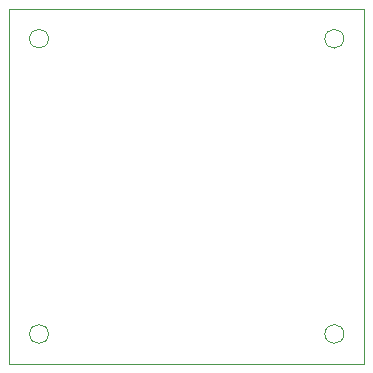
<source format=gm1>
%TF.GenerationSoftware,KiCad,Pcbnew,(5.1.6)-1*%
%TF.CreationDate,2021-01-23T06:31:54-08:00*%
%TF.ProjectId,scum3c-devboard,7363756d-3363-42d6-9465-76626f617264,rev?*%
%TF.SameCoordinates,Original*%
%TF.FileFunction,Profile,NP*%
%FSLAX46Y46*%
G04 Gerber Fmt 4.6, Leading zero omitted, Abs format (unit mm)*
G04 Created by KiCad (PCBNEW (5.1.6)-1) date 2021-01-23 06:31:54*
%MOMM*%
%LPD*%
G01*
G04 APERTURE LIST*
%TA.AperFunction,Profile*%
%ADD10C,0.100000*%
%TD*%
G04 APERTURE END LIST*
D10*
X115800000Y-80000000D02*
G75*
G03*
X115800000Y-80000000I-800000J0D01*
G01*
X90800000Y-80000000D02*
G75*
G03*
X90800000Y-80000000I-800000J0D01*
G01*
X90800000Y-105000000D02*
G75*
G03*
X90800000Y-105000000I-800000J0D01*
G01*
X115800000Y-105000000D02*
G75*
G03*
X115800000Y-105000000I-800000J0D01*
G01*
X117500000Y-77500000D02*
X117500000Y-107500000D01*
X87500000Y-77500000D02*
X117500000Y-77500000D01*
X87500000Y-107500000D02*
X87500000Y-77500000D01*
X117500000Y-107500000D02*
X87500000Y-107500000D01*
M02*

</source>
